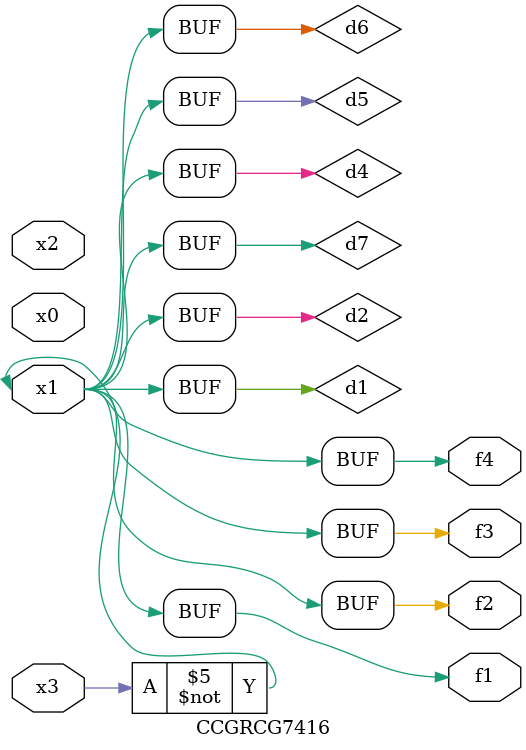
<source format=v>
module CCGRCG7416(
	input x0, x1, x2, x3,
	output f1, f2, f3, f4
);

	wire d1, d2, d3, d4, d5, d6, d7;

	not (d1, x3);
	buf (d2, x1);
	xnor (d3, d1, d2);
	nor (d4, d1);
	buf (d5, d1, d2);
	buf (d6, d4, d5);
	nand (d7, d4);
	assign f1 = d6;
	assign f2 = d7;
	assign f3 = d6;
	assign f4 = d6;
endmodule

</source>
